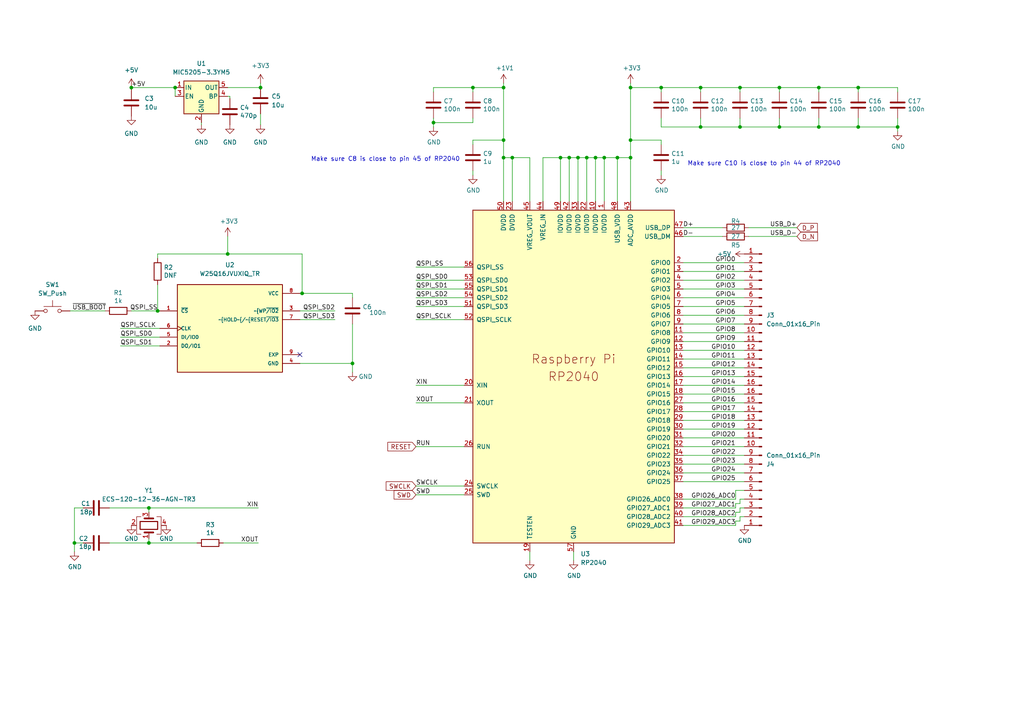
<source format=kicad_sch>
(kicad_sch (version 20230121) (generator eeschema)
  (paper "A4")
  (lib_symbols
    (symbol "Connector:Conn_01x16_Pin" (pin_names (offset 1.016) hide)
      (property "Reference" "J" (at 0 20.32 0))
      (property "Value" "Conn_01x16_Pin" (at 0 -22.86 0))
      (symbol "Conn_01x16_Pin_1_1"
        (polyline (pts (xy 1.27 -20.32) (xy 0.8636 -20.32)) (stroke (width 0.1524)))
        (polyline (pts (xy 1.27 -17.78) (xy 0.8636 -17.78)) (stroke (width 0.1524)))
        (polyline (pts (xy 1.27 -15.24) (xy 0.8636 -15.24)) (stroke (width 0.1524)))
        (polyline (pts (xy 1.27 -12.7) (xy 0.8636 -12.7)) (stroke (width 0.1524)))
        (polyline (pts (xy 1.27 -10.16) (xy 0.8636 -10.16)) (stroke (width 0.1524)))
        (polyline (pts (xy 1.27 -7.62) (xy 0.8636 -7.62)) (stroke (width 0.1524)))
        (polyline (pts (xy 1.27 -5.08) (xy 0.8636 -5.08)) (stroke (width 0.1524)))
        (polyline (pts (xy 1.27 -2.54) (xy 0.8636 -2.54)) (stroke (width 0.1524)))
        (polyline (pts (xy 1.27 0) (xy 0.8636 0)) (stroke (width 0.1524)))
        (polyline (pts (xy 1.27 2.54) (xy 0.8636 2.54)) (stroke (width 0.1524)))
        (polyline (pts (xy 1.27 5.08) (xy 0.8636 5.08)) (stroke (width 0.1524)))
        (polyline (pts (xy 1.27 7.62) (xy 0.8636 7.62)) (stroke (width 0.1524)))
        (polyline (pts (xy 1.27 10.16) (xy 0.8636 10.16)) (stroke (width 0.1524)))
        (polyline (pts (xy 1.27 12.7) (xy 0.8636 12.7)) (stroke (width 0.1524)))
        (polyline (pts (xy 1.27 15.24) (xy 0.8636 15.24)) (stroke (width 0.1524)))
        (polyline (pts (xy 1.27 17.78) (xy 0.8636 17.78)) (stroke (width 0.1524)))
        (rectangle (start 0.8636 -20.193) (end 0 -20.447) (stroke (width 0.1524)) (fill (type outline)))
        (rectangle (start 0.8636 -17.653) (end 0 -17.907) (stroke (width 0.1524)) (fill (type outline)))
        (rectangle (start 0.8636 -15.113) (end 0 -15.367) (stroke (width 0.1524)) (fill (type outline)))
        (rectangle (start 0.8636 -12.573) (end 0 -12.827) (stroke (width 0.1524)) (fill (type outline)))
        (rectangle (start 0.8636 -10.033) (end 0 -10.287) (stroke (width 0.1524)) (fill (type outline)))
        (rectangle (start 0.8636 -7.493) (end 0 -7.747) (stroke (width 0.1524)) (fill (type outline)))
        (rectangle (start 0.8636 -4.953) (end 0 -5.207) (stroke (width 0.1524)) (fill (type outline)))
        (rectangle (start 0.8636 -2.413) (end 0 -2.667) (stroke (width 0.1524)) (fill (type outline)))
        (rectangle (start 0.8636 0.127) (end 0 -0.127) (stroke (width 0.1524)) (fill (type outline)))
        (rectangle (start 0.8636 2.667) (end 0 2.413) (stroke (width 0.1524)) (fill (type outline)))
        (rectangle (start 0.8636 5.207) (end 0 4.953) (stroke (width 0.1524)) (fill (type outline)))
        (rectangle (start 0.8636 7.747) (end 0 7.493) (stroke (width 0.1524)) (fill (type outline)))
        (rectangle (start 0.8636 10.287) (end 0 10.033) (stroke (width 0.1524)) (fill (type outline)))
        (rectangle (start 0.8636 12.827) (end 0 12.573) (stroke (width 0.1524)) (fill (type outline)))
        (rectangle (start 0.8636 15.367) (end 0 15.113) (stroke (width 0.1524)) (fill (type outline)))
        (rectangle (start 0.8636 17.907) (end 0 17.653) (stroke (width 0.1524)) (fill (type outline)))
        (pin passive line (at 5.08 17.78 180) (length 3.81) (name "Pin_1") (number "1"))
        (pin passive line (at 5.08 -5.08 180) (length 3.81) (name "Pin_10") (number "10"))
        (pin passive line (at 5.08 -7.62 180) (length 3.81) (name "Pin_11") (number "11"))
        (pin passive line (at 5.08 -10.16 180) (length 3.81) (name "Pin_12") (number "12"))
        (pin passive line (at 5.08 -12.7 180) (length 3.81) (name "Pin_13") (number "13"))
        (pin passive line (at 5.08 -15.24 180) (length 3.81) (name "Pin_14") (number "14"))
        (pin passive line (at 5.08 -17.78 180) (length 3.81) (name "Pin_15") (number "15"))
        (pin passive line (at 5.08 -20.32 180) (length 3.81) (name "Pin_16") (number "16"))
        (pin passive line (at 5.08 15.24 180) (length 3.81) (name "Pin_2") (number "2"))
        (pin passive line (at 5.08 12.7 180) (length 3.81) (name "Pin_3") (number "3"))
        (pin passive line (at 5.08 10.16 180) (length 3.81) (name "Pin_4") (number "4"))
        (pin passive line (at 5.08 7.62 180) (length 3.81) (name "Pin_5") (number "5"))
        (pin passive line (at 5.08 5.08 180) (length 3.81) (name "Pin_6") (number "6"))
        (pin passive line (at 5.08 2.54 180) (length 3.81) (name "Pin_7") (number "7"))
        (pin passive line (at 5.08 0 180) (length 3.81) (name "Pin_8") (number "8"))
        (pin passive line (at 5.08 -2.54 180) (length 3.81) (name "Pin_9") (number "9"))
      )
    )
    (symbol "Connector:Conn_ARM_SWD_TagConnect_TC2030-NL" (in_bom no)
      (property "Reference" "J" (at 2.54 11.43 0))
      (property "Value" "Conn_ARM_SWD_TagConnect_TC2030-NL" (at 2.54 8.89 0))
      (symbol "Conn_ARM_SWD_TagConnect_TC2030-NL_0_0"
        (pin power_in line (at -2.54 10.16 270) (length 2.54) (name "VCC") (number "1"))
        (pin bidirectional line (at 7.62 -2.54 180) (length 2.54) (name "SWDIO") (number "2"))
        (pin open_collector line (at 7.62 5.08 180) (length 2.54) (name "~{RESET}") (number "3"))
        (pin output line (at 7.62 0 180) (length 2.54) (name "SWCLK") (number "4"))
        (pin power_in line (at -2.54 -10.16 90) (length 2.54) (name "GND") (number "5"))
        (pin input line (at 7.62 -5.08 180) (length 2.54) (name "SWO") (number "6"))
      )
      (symbol "Conn_ARM_SWD_TagConnect_TC2030-NL_0_1"
        (rectangle (start -5.08 7.62) (end 5.08 -7.62) (fill (type background)))
      )
    )
    (symbol "Connector:USB_C_Receptacle_USB2.0_14P" (pin_names (offset 1.016))
      (property "Reference" "J" (at 0 22.225 0))
      (property "Value" "USB_C_Receptacle_USB2.0_14P" (at 0 19.685 0))
      (symbol "USB_C_Receptacle_USB2.0_14P_0_0"
        (rectangle (start -0.254 -17.78) (end 0.254 -16.764))
        (rectangle (start 10.16 -4.826) (end 9.144 -5.334))
        (rectangle (start 10.16 -2.286) (end 9.144 -2.794))
        (rectangle (start 10.16 0.254) (end 9.144 -0.254))
        (rectangle (start 10.16 2.794) (end 9.144 2.286))
        (rectangle (start 10.16 7.874) (end 9.144 7.366))
        (rectangle (start 10.16 10.414) (end 9.144 9.906))
        (rectangle (start 10.16 15.494) (end 9.144 14.986))
      )
      (symbol "USB_C_Receptacle_USB2.0_14P_0_1"
        (rectangle (start -10.16 17.78) (end 10.16 -17.78) (stroke (width 0.254)) (fill (type background)))
        (arc (start -8.89 -3.81) (mid -6.985 -5.7067) (end -5.08 -3.81) (stroke (width 0.508)))
        (arc (start -7.62 -3.81) (mid -6.985 -4.4423) (end -6.35 -3.81) (stroke (width 0.254)))
        (arc (start -7.62 -3.81) (mid -6.985 -4.4423) (end -6.35 -3.81) (stroke (width 0.254)) (fill (type outline)))
        (rectangle (start -7.62 -3.81) (end -6.35 3.81) (stroke (width 0.254)) (fill (type outline)))
        (arc (start -6.35 3.81) (mid -6.985 4.4423) (end -7.62 3.81) (stroke (width 0.254)))
        (arc (start -6.35 3.81) (mid -6.985 4.4423) (end -7.62 3.81) (stroke (width 0.254)) (fill (type outline)))
        (arc (start -5.08 3.81) (mid -6.985 5.7067) (end -8.89 3.81) (stroke (width 0.508)))
        (circle (center -2.54 1.143) (radius 0.635) (stroke (width 0.254)) (fill (type outline)))
        (circle (center 0 -5.842) (radius 1.27) (fill (type outline)))
        (polyline (pts (xy -8.89 -3.81) (xy -8.89 3.81)) (stroke (width 0.508)))
        (polyline (pts (xy -5.08 3.81) (xy -5.08 -3.81)) (stroke (width 0.508)))
        (polyline (pts (xy 0 -5.842) (xy 0 4.318)) (stroke (width 0.508)))
        (polyline (pts (xy 0 -3.302) (xy -2.54 -0.762) (xy -2.54 0.508)) (stroke (width 0.508)))
        (polyline (pts (xy 0 -2.032) (xy 2.54 0.508) (xy 2.54 1.778)) (stroke (width 0.508)))
        (polyline (pts (xy -1.27 4.318) (xy 0 6.858) (xy 1.27 4.318) (xy -1.27 4.318)) (stroke (width 0.254)) (fill (type outline)))
        (rectangle (start 1.905 1.778) (end 3.175 3.048) (stroke (width 0.254)) (fill (type outline)))
      )
      (symbol "USB_C_Receptacle_USB2.0_14P_1_1"
        (pin passive line (at 0 -22.86 90) (length 5.08) (name "GND") (number "A1"))
        (pin passive line (at 0 -22.86 90) (length 5.08) hide (name "GND") (number "A12"))
        (pin passive line (at 15.24 15.24 180) (length 5.08) (name "VBUS") (number "A4"))
        (pin bidirectional line (at 15.24 10.16 180) (length 5.08) (name "CC1") (number "A5"))
        (pin bidirectional line (at 15.24 -2.54 180) (length 5.08) (name "D+") (number "A6"))
        (pin bidirectional line (at 15.24 2.54 180) (length 5.08) (name "D-") (number "A7"))
        (pin passive line (at 15.24 15.24 180) (length 5.08) hide (name "VBUS") (number "A9"))
        (pin passive line (at 0 -22.86 90) (length 5.08) hide (name "GND") (number "B1"))
        (pin passive line (at 0 -22.86 90) (length 5.08) hide (name "GND") (number "B12"))
        (pin passive line (at 15.24 15.24 180) (length 5.08) hide (name "VBUS") (number "B4"))
        (pin bidirectional line (at 15.24 7.62 180) (length 5.08) (name "CC2") (number "B5"))
        (pin bidirectional line (at 15.24 -5.08 180) (length 5.08) (name "D+") (number "B6"))
        (pin bidirectional line (at 15.24 0 180) (length 5.08) (name "D-") (number "B7"))
        (pin passive line (at 15.24 15.24 180) (length 5.08) hide (name "VBUS") (number "B9"))
        (pin passive line (at -7.62 -22.86 90) (length 5.08) (name "SHIELD") (number "S1"))
      )
    )
    (symbol "Device:C" (pin_numbers hide) (pin_names (offset 0.254))
      (property "Reference" "C" (at 0.635 2.54 0))
      (property "Value" "C" (at 0.635 -2.54 0))
      (symbol "C_0_1"
        (polyline (pts (xy -2.032 -0.762) (xy 2.032 -0.762)) (stroke (width 0.508)))
        (polyline (pts (xy -2.032 0.762) (xy 2.032 0.762)) (stroke (width 0.508)))
      )
      (symbol "C_1_1"
        (pin passive line (at 0 3.81 270) (length 2.794) (name "~") (number "1"))
        (pin passive line (at 0 -3.81 90) (length 2.794) (name "~") (number "2"))
      )
    )
    (symbol "Device:Crystal_GND24" (pin_names (offset 1.016) hide)
      (property "Reference" "Y" (at 3.175 5.08 0))
      (property "Value" "Crystal_GND24" (at 3.175 3.175 0))
      (symbol "Crystal_GND24_0_1"
        (rectangle (start -1.143 2.54) (end 1.143 -2.54) (stroke (width 0.3048)))
        (polyline (pts (xy -2.54 0) (xy -2.032 0)))
        (polyline (pts (xy -2.032 -1.27) (xy -2.032 1.27)) (stroke (width 0.508)))
        (polyline (pts (xy 0 -3.81) (xy 0 -3.556)))
        (polyline (pts (xy 0 3.556) (xy 0 3.81)))
        (polyline (pts (xy 2.032 -1.27) (xy 2.032 1.27)) (stroke (width 0.508)))
        (polyline (pts (xy 2.032 0) (xy 2.54 0)))
        (polyline (pts (xy -2.54 -2.286) (xy -2.54 -3.556) (xy 2.54 -3.556) (xy 2.54 -2.286)))
        (polyline (pts (xy -2.54 2.286) (xy -2.54 3.556) (xy 2.54 3.556) (xy 2.54 2.286)))
      )
      (symbol "Crystal_GND24_1_1"
        (pin passive line (at -3.81 0 0) (length 1.27) (name "1") (number "1"))
        (pin passive line (at 0 5.08 270) (length 1.27) (name "2") (number "2"))
        (pin passive line (at 3.81 0 180) (length 1.27) (name "3") (number "3"))
        (pin passive line (at 0 -5.08 90) (length 1.27) (name "4") (number "4"))
      )
    )
    (symbol "Device:Polyfuse_Small" (pin_numbers hide) (pin_names (offset 0))
      (property "Reference" "F" (at -1.905 0 90))
      (property "Value" "Polyfuse_Small" (at 1.905 0 90))
      (symbol "Polyfuse_Small_0_1"
        (rectangle (start -0.508 1.27) (end 0.508 -1.27))
        (polyline (pts (xy 0 2.54) (xy 0 -2.54)))
        (polyline (pts (xy -1.016 1.27) (xy -1.016 0.762) (xy 1.016 -0.762) (xy 1.016 -1.27)))
      )
      (symbol "Polyfuse_Small_1_1"
        (pin passive line (at 0 2.54 270) (length 0.635) (name "~") (number "1"))
        (pin passive line (at 0 -2.54 90) (length 0.635) (name "~") (number "2"))
      )
    )
    (symbol "Device:R" (pin_numbers hide) (pin_names (offset 0))
      (property "Reference" "R" (at 2.032 0 90))
      (property "Value" "R" (at 0 0 90))
      (symbol "R_0_1"
        (rectangle (start -1.016 -2.54) (end 1.016 2.54) (stroke (width 0.254)))
      )
      (symbol "R_1_1"
        (pin passive line (at 0 3.81 270) (length 1.27) (name "~") (number "1"))
        (pin passive line (at 0 -3.81 90) (length 1.27) (name "~") (number "2"))
      )
    )
    (symbol "MCU_RaspberryPi_RP2040:RP2040" (pin_names (offset 1.016))
      (property "Reference" "U" (at -29.21 49.53 0))
      (property "Value" "RP2040" (at 24.13 -49.53 0))
      (symbol "RP2040_0_0"
        (text "Raspberry Pi" (at 0 5.08 0) (effects (font (size 2.54 2.54))))
        (text "RP2040" (at 0 0 0) (effects (font (size 2.54 2.54))))
      )
      (symbol "RP2040_0_1"
        (rectangle (start 29.21 48.26) (end -29.21 -48.26) (stroke (width 0.254)) (fill (type background)))
      )
      (symbol "RP2040_1_1"
        (pin power_in line (at 8.89 50.8 270) (length 2.54) (name "IOVDD") (number "1"))
        (pin power_in line (at 6.35 50.8 270) (length 2.54) (name "IOVDD") (number "10"))
        (pin bidirectional line (at 31.75 12.7 180) (length 2.54) (name "GPIO8") (number "11"))
        (pin bidirectional line (at 31.75 10.16 180) (length 2.54) (name "GPIO9") (number "12"))
        (pin bidirectional line (at 31.75 7.62 180) (length 2.54) (name "GPIO10") (number "13"))
        (pin bidirectional line (at 31.75 5.08 180) (length 2.54) (name "GPIO11") (number "14"))
        (pin bidirectional line (at 31.75 2.54 180) (length 2.54) (name "GPIO12") (number "15"))
        (pin bidirectional line (at 31.75 0 180) (length 2.54) (name "GPIO13") (number "16"))
        (pin bidirectional line (at 31.75 -2.54 180) (length 2.54) (name "GPIO14") (number "17"))
        (pin bidirectional line (at 31.75 -5.08 180) (length 2.54) (name "GPIO15") (number "18"))
        (pin passive line (at -12.7 -50.8 90) (length 2.54) (name "TESTEN") (number "19"))
        (pin bidirectional line (at 31.75 33.02 180) (length 2.54) (name "GPIO0") (number "2"))
        (pin input line (at -31.75 -2.54 0) (length 2.54) (name "XIN") (number "20"))
        (pin passive line (at -31.75 -7.62 0) (length 2.54) (name "XOUT") (number "21"))
        (pin power_in line (at 3.81 50.8 270) (length 2.54) (name "IOVDD") (number "22"))
        (pin power_in line (at -17.78 50.8 270) (length 2.54) (name "DVDD") (number "23"))
        (pin output line (at -31.75 -31.75 0) (length 2.54) (name "SWCLK") (number "24"))
        (pin bidirectional line (at -31.75 -34.29 0) (length 2.54) (name "SWD") (number "25"))
        (pin input line (at -31.75 -20.32 0) (length 2.54) (name "RUN") (number "26"))
        (pin bidirectional line (at 31.75 -7.62 180) (length 2.54) (name "GPIO16") (number "27"))
        (pin bidirectional line (at 31.75 -10.16 180) (length 2.54) (name "GPIO17") (number "28"))
        (pin bidirectional line (at 31.75 -12.7 180) (length 2.54) (name "GPIO18") (number "29"))
        (pin bidirectional line (at 31.75 30.48 180) (length 2.54) (name "GPIO1") (number "3"))
        (pin bidirectional line (at 31.75 -15.24 180) (length 2.54) (name "GPIO19") (number "30"))
        (pin bidirectional line (at 31.75 -17.78 180) (length 2.54) (name "GPIO20") (number "31"))
        (pin bidirectional line (at 31.75 -20.32 180) (length 2.54) (name "GPIO21") (number "32"))
        (pin power_in line (at 1.27 50.8 270) (length 2.54) (name "IOVDD") (number "33"))
        (pin bidirectional line (at 31.75 -22.86 180) (length 2.54) (name "GPIO22") (number "34"))
        (pin bidirectional line (at 31.75 -25.4 180) (length 2.54) (name "GPIO23") (number "35"))
        (pin bidirectional line (at 31.75 -27.94 180) (length 2.54) (name "GPIO24") (number "36"))
        (pin bidirectional line (at 31.75 -30.48 180) (length 2.54) (name "GPIO25") (number "37"))
        (pin bidirectional line (at 31.75 -35.56 180) (length 2.54) (name "GPIO26_ADC0") (number "38"))
        (pin bidirectional line (at 31.75 -38.1 180) (length 2.54) (name "GPIO27_ADC1") (number "39"))
        (pin bidirectional line (at 31.75 27.94 180) (length 2.54) (name "GPIO2") (number "4"))
        (pin bidirectional line (at 31.75 -40.64 180) (length 2.54) (name "GPIO28_ADC2") (number "40"))
        (pin bidirectional line (at 31.75 -43.18 180) (length 2.54) (name "GPIO29_ADC3") (number "41"))
        (pin power_in line (at -1.27 50.8 270) (length 2.54) (name "IOVDD") (number "42"))
        (pin power_in line (at 16.51 50.8 270) (length 2.54) (name "ADC_AVDD") (number "43"))
        (pin power_in line (at -8.89 50.8 270) (length 2.54) (name "VREG_IN") (number "44"))
        (pin power_out line (at -12.7 50.8 270) (length 2.54) (name "VREG_VOUT") (number "45"))
        (pin bidirectional line (at 31.75 40.64 180) (length 2.54) (name "USB_DM") (number "46"))
        (pin bidirectional line (at 31.75 43.18 180) (length 2.54) (name "USB_DP") (number "47"))
        (pin power_in line (at 12.7 50.8 270) (length 2.54) (name "USB_VDD") (number "48"))
        (pin power_in line (at -3.81 50.8 270) (length 2.54) (name "IOVDD") (number "49"))
        (pin bidirectional line (at 31.75 25.4 180) (length 2.54) (name "GPIO3") (number "5"))
        (pin power_in line (at -20.32 50.8 270) (length 2.54) (name "DVDD") (number "50"))
        (pin bidirectional line (at -31.75 20.32 0) (length 2.54) (name "QSPI_SD3") (number "51"))
        (pin output line (at -31.75 16.51 0) (length 2.54) (name "QSPI_SCLK") (number "52"))
        (pin bidirectional line (at -31.75 27.94 0) (length 2.54) (name "QSPI_SD0") (number "53"))
        (pin bidirectional line (at -31.75 22.86 0) (length 2.54) (name "QSPI_SD2") (number "54"))
        (pin bidirectional line (at -31.75 25.4 0) (length 2.54) (name "QSPI_SD1") (number "55"))
        (pin bidirectional line (at -31.75 31.75 0) (length 2.54) (name "QSPI_SS") (number "56"))
        (pin power_in line (at 0 -50.8 90) (length 2.54) (name "GND") (number "57"))
        (pin bidirectional line (at 31.75 22.86 180) (length 2.54) (name "GPIO4") (number "6"))
        (pin bidirectional line (at 31.75 20.32 180) (length 2.54) (name "GPIO5") (number "7"))
        (pin bidirectional line (at 31.75 17.78 180) (length 2.54) (name "GPIO6") (number "8"))
        (pin bidirectional line (at 31.75 15.24 180) (length 2.54) (name "GPIO7") (number "9"))
      )
    )
    (symbol "Power_Protection:USBLC6-2SC6" (pin_names hide)
      (property "Reference" "U" (at 2.54 8.89 0))
      (property "Value" "USBLC6-2SC6" (at 2.54 -8.89 0))
      (symbol "USBLC6-2SC6_0_1"
        (rectangle (start -7.62 -7.62) (end 7.62 7.62) (stroke (width 0.254)) (fill (type background)))
        (circle (center -5.08 0) (radius 0.254) (fill (type outline)))
        (circle (center -2.54 0) (radius 0.254) (fill (type outline)))
        (rectangle (start -2.54 6.35) (end 2.54 -6.35))
        (circle (center 0 -6.35) (radius 0.254) (fill (type outline)))
        (polyline (pts (xy -5.08 -2.54) (xy -7.62 -2.54)))
        (polyline (pts (xy -5.08 0) (xy -5.08 -2.54)))
        (polyline (pts (xy -5.08 2.54) (xy -7.62 2.54)))
        (polyline (pts (xy -1.524 -2.794) (xy -3.556 -2.794)))
        (polyline (pts (xy -1.524 4.826) (xy -3.556 4.826)))
        (polyline (pts (xy 0 -7.62) (xy 0 -6.35)))
        (polyline (pts (xy 0 -6.35) (xy 0 1.27)))
        (polyline (pts (xy 0 1.27) (xy 0 6.35)))
        (polyline (pts (xy 0 6.35) (xy 0 7.62)))
        (polyline (pts (xy 1.524 -2.794) (xy 3.556 -2.794)))
        (polyline (pts (xy 1.524 4.826) (xy 3.556 4.826)))
        (polyline (pts (xy 5.08 -2.54) (xy 7.62 -2.54)))
        (polyline (pts (xy 5.08 0) (xy 5.08 -2.54)))
        (polyline (pts (xy 5.08 2.54) (xy 7.62 2.54)))
        (polyline (pts (xy -2.54 0) (xy -5.08 0) (xy -5.08 2.54)))
        (polyline (pts (xy 2.54 0) (xy 5.08 0) (xy 5.08 2.54)))
        (polyline (pts (xy -3.556 -4.826) (xy -1.524 -4.826) (xy -2.54 -2.794) (xy -3.556 -4.826)))
        (polyline (pts (xy -3.556 2.794) (xy -1.524 2.794) (xy -2.54 4.826) (xy -3.556 2.794)))
        (polyline (pts (xy -1.016 -1.016) (xy 1.016 -1.016) (xy 0 1.016) (xy -1.016 -1.016)))
        (polyline (pts (xy 1.016 1.016) (xy 0.762 1.016) (xy -1.016 1.016) (xy -1.016 0.508)))
        (polyline (pts (xy 3.556 -4.826) (xy 1.524 -4.826) (xy 2.54 -2.794) (xy 3.556 -4.826)))
        (polyline (pts (xy 3.556 2.794) (xy 1.524 2.794) (xy 2.54 4.826) (xy 3.556 2.794)))
        (circle (center 0 6.35) (radius 0.254) (fill (type outline)))
        (circle (center 2.54 0) (radius 0.254) (fill (type outline)))
        (circle (center 5.08 0) (radius 0.254) (fill (type outline)))
      )
      (symbol "USBLC6-2SC6_1_1"
        (pin passive line (at -10.16 -2.54 0) (length 2.54) (name "I/O1") (number "1"))
        (pin passive line (at 0 -10.16 90) (length 2.54) (name "GND") (number "2"))
        (pin passive line (at 10.16 -2.54 180) (length 2.54) (name "I/O2") (number "3"))
        (pin passive line (at 10.16 2.54 180) (length 2.54) (name "I/O2") (number "4"))
        (pin passive line (at 0 10.16 270) (length 2.54) (name "VBUS") (number "5"))
        (pin passive line (at -10.16 2.54 0) (length 2.54) (name "I/O1") (number "6"))
      )
    )
    (symbol "Regulator_Linear:MIC5205-3.3YM5" (pin_names (offset 0.254))
      (property "Reference" "U" (at -3.81 5.715 0))
      (property "Value" "MIC5205-3.3YM5" (at 0 5.715 0))
      (symbol "MIC5205-3.3YM5_0_1"
        (rectangle (start -5.08 4.445) (end 5.08 -5.08) (stroke (width 0.254)) (fill (type background)))
      )
      (symbol "MIC5205-3.3YM5_1_1"
        (pin power_in line (at -7.62 2.54 0) (length 2.54) (name "IN") (number "1"))
        (pin power_in line (at 0 -7.62 90) (length 2.54) (name "GND") (number "2"))
        (pin input line (at -7.62 0 0) (length 2.54) (name "EN") (number "3"))
        (pin input line (at 7.62 0 180) (length 2.54) (name "BP") (number "4"))
        (pin power_out line (at 7.62 2.54 180) (length 2.54) (name "OUT") (number "5"))
      )
    )
    (symbol "Switch:SW_Push" (pin_numbers hide) (pin_names (offset 1.016) hide)
      (property "Reference" "SW" (at 1.27 2.54 0))
      (property "Value" "SW_Push" (at 0 -1.524 0))
      (symbol "SW_Push_0_1"
        (circle (center -2.032 0) (radius 0.508))
        (polyline (pts (xy 0 1.27) (xy 0 3.048)))
        (polyline (pts (xy 2.54 1.27) (xy -2.54 1.27)))
        (circle (center 2.032 0) (radius 0.508))
        (pin passive line (at -5.08 0 0) (length 2.54) (name "1") (number "1"))
        (pin passive line (at 5.08 0 180) (length 2.54) (name "2") (number "2"))
      )
    )
    (symbol "W25Q16JVUXIQ_TR:W25Q16JVUXIQ_TR" (pin_names (offset 1.016))
      (property "Reference" "U" (at -15.24 15.24 0))
      (property "Value" "W25Q16JVUXIQ_TR" (at -15.24 -15.24 0))
      (symbol "W25Q16JVUXIQ_TR_0_0"
        (rectangle (start -15.24 -12.7) (end 15.24 12.7) (stroke (width 0.254)) (fill (type background)))
        (pin input line (at -20.32 5.08 0) (length 5.08) (name "~{CS}") (number "1"))
        (pin bidirectional line (at -20.32 -5.08 0) (length 5.08) (name "DO/IO1") (number "2"))
        (pin bidirectional line (at 20.32 5.08 180) (length 5.08) (name "~{WP~{/IO2}") (number "3"))
        (pin power_in line (at 20.32 -10.16 180) (length 5.08) (name "GND") (number "4"))
        (pin bidirectional line (at -20.32 -2.54 0) (length 5.08) (name "DI/IO0") (number "5"))
        (pin input clock (at -20.32 0 0) (length 5.08) (name "CLK") (number "6"))
        (pin bidirectional line (at 20.32 2.54 180) (length 5.08) (name "~{HOLD~{/~{RESET~{/IO3}") (number "7"))
        (pin power_in line (at 20.32 10.16 180) (length 5.08) (name "VCC") (number "8"))
        (pin passive line (at 20.32 -7.62 180) (length 5.08) (name "EXP") (number "9"))
      )
    )
    (symbol "power:+1V1" (power) (pin_names (offset 0))
      (property "Value" "+1V1" (at 0 3.556 0))
      (symbol "+1V1_0_1"
        (polyline (pts (xy -0.762 1.27) (xy 0 2.54)))
        (polyline (pts (xy 0 0) (xy 0 2.54)))
        (polyline (pts (xy 0 2.54) (xy 0.762 1.27)))
      )
      (symbol "+1V1_1_1"
        (pin power_in line (at 0 0 90) (length 0) hide (name "+1V1") (number "1"))
      )
    )
    (symbol "power:+3V3" (power) (pin_names (offset 0))
      (property "Value" "+3V3" (at 0 3.556 0))
      (symbol "+3V3_0_1"
        (polyline (pts (xy -0.762 1.27) (xy 0 2.54)))
        (polyline (pts (xy 0 0) (xy 0 2.54)))
        (polyline (pts (xy 0 2.54) (xy 0.762 1.27)))
      )
      (symbol "+3V3_1_1"
        (pin power_in line (at 0 0 90) (length 0) hide (name "+3V3") (number "1"))
      )
    )
    (symbol "power:+5V" (power) (pin_names (offset 0))
      (property "Value" "+5V" (at 0 3.556 0))
      (symbol "+5V_0_1"
        (polyline (pts (xy -0.762 1.27) (xy 0 2.54)))
        (polyline (pts (xy 0 0) (xy 0 2.54)))
        (polyline (pts (xy 0 2.54) (xy 0.762 1.27)))
      )
      (symbol "+5V_1_1"
        (pin power_in line (at 0 0 90) (length 0) hide (name "+5V") (number "1"))
      )
    )
    (symbol "power:GND" (power) (pin_names (offset 0))
      (property "Value" "GND" (at 0 -3.81 0))
      (symbol "GND_0_1"
        (polyline (pts (xy 0 0) (xy 0 -1.27) (xy 1.27 -1.27) (xy 0 -2.54) (xy -1.27 -1.27) (xy 0 -1.27)))
      )
      (symbol "GND_1_1"
        (pin power_in line (at 0 0 270) (length 0) hide (name "GND") (number "1"))
      )
    )
    (symbol "power:VBUS" (power) (pin_names (offset 0))
      (property "Value" "VBUS" (at 0 3.81 0))
      (symbol "VBUS_0_1"
        (polyline (pts (xy -0.762 1.27) (xy 0 2.54)))
        (polyline (pts (xy 0 0) (xy 0 2.54)))
        (polyline (pts (xy 0 2.54) (xy 0.762 1.27)))
      )
      (symbol "VBUS_1_1"
        (pin power_in line (at 0 0 90) (length 0) hide (name "VBUS") (number "1"))
      )
    )
  )
  (junction (at 214.63 25.4))
  (junction (at -81.28 82.55))
  (junction (at 50.8 25.4))
  (junction (at 248.92 25.4))
  (junction (at 146.05 40.64))
  (junction (at 75.565 25.4))
  (junction (at 182.88 45.72))
  (junction (at 226.06 25.4))
  (junction (at -77.47 88.9))
  (junction (at 214.63 36.83))
  (junction (at 87.63 85.09))
  (junction (at 237.49 36.83))
  (junction (at 226.06 36.83))
  (junction (at 38.1 25.4))
  (junction (at -85.09 96.52))
  (junction (at 162.56 45.72))
  (junction (at -85.09 101.6))
  (junction (at 66.04 73.66))
  (junction (at 170.18 45.72))
  (junction (at 203.2 36.83))
  (junction (at 237.49 25.4))
  (junction (at 43.18 147.32))
  (junction (at 137.16 25.4))
  (junction (at 148.59 45.72))
  (junction (at 182.88 40.64))
  (junction (at 203.2 25.4))
  (junction (at 172.72 45.72))
  (junction (at 146.05 25.4))
  (junction (at 102.235 105.41))
  (junction (at 179.07 45.72))
  (junction (at 191.77 25.4))
  (junction (at 146.05 45.72))
  (junction (at 248.92 36.83))
  (junction (at 21.59 157.48))
  (junction (at 165.1 45.72))
  (junction (at 45.72 90.17))
  (junction (at 175.26 45.72))
  (junction (at 167.64 45.72))
  (junction (at 43.18 157.48))
  (junction (at 125.73 35.56))
  (junction (at 182.88 25.4))
  (junction (at 260.35 36.83))
  (no_connect (at 86.995 102.87))
  (no_connect (at -107.95 120.65))
  (no_connect (at -88.9 172.72))
  (wire (pts (xy 213.36 142.24) (xy 213.36 144.78)))
  (wire (pts (xy 172.72 45.72) (xy 175.26 45.72)))
  (wire (pts (xy 198.12 106.68) (xy 215.9 106.68)))
  (wire (pts (xy 165.1 58.42) (xy 165.1 45.72)))
  (wire (pts (xy 198.12 119.38) (xy 215.9 119.38)))
  (wire (pts (xy 125.73 26.67) (xy 125.73 25.4)))
  (wire (pts (xy -175.26 96.52) (xy -163.83 96.52)))
  (wire (pts (xy 237.49 26.67) (xy 237.49 25.4)))
  (wire (pts (xy 226.06 25.4) (xy 237.49 25.4)))
  (wire (pts (xy 198.12 88.9) (xy 215.9 88.9)))
  (wire (pts (xy 153.67 45.72) (xy 148.59 45.72)))
  (wire (pts (xy 203.2 26.67) (xy 203.2 25.4)))
  (wire (pts (xy 102.235 105.41) (xy 102.235 107.95)))
  (wire (pts (xy 198.12 86.36) (xy 215.9 86.36)))
  (wire (pts (xy 134.62 116.84) (xy 120.65 116.84)))
  (wire (pts (xy 125.73 35.56) (xy 137.16 35.56)))
  (wire (pts (xy 75.565 36.195) (xy 75.565 33.02)))
  (wire (pts (xy -85.09 96.52) (xy -82.55 96.52)))
  (wire (pts (xy 198.12 99.06) (xy 215.9 99.06)))
  (wire (pts (xy 214.63 149.86) (xy 214.63 151.13)))
  (wire (pts (xy -81.28 82.55) (xy -74.93 82.55)))
  (wire (pts (xy 125.73 25.4) (xy 137.16 25.4)))
  (wire (pts (xy 58.42 36.195) (xy 58.42 35.56)))
  (wire (pts (xy 137.16 25.4) (xy 146.05 25.4)))
  (wire (pts (xy 86.995 105.41) (xy 102.235 105.41)))
  (wire (pts (xy 198.12 134.62) (xy 215.9 134.62)))
  (wire (pts (xy 167.64 45.72) (xy 170.18 45.72)))
  (wire (pts (xy 38.1 90.17) (xy 45.72 90.17)))
  (wire (pts (xy -85.09 100.33) (xy -85.09 101.6)))
  (wire (pts (xy 260.35 26.67) (xy 260.35 25.4)))
  (wire (pts (xy 182.88 45.72) (xy 182.88 58.42)))
  (wire (pts (xy 45.72 73.66) (xy 66.04 73.66)))
  (wire (pts (xy 260.35 36.83) (xy 260.35 38.1)))
  (wire (pts (xy 198.12 78.74) (xy 215.9 78.74)))
  (wire (pts (xy 134.62 92.71) (xy 120.65 92.71)))
  (wire (pts (xy 198.12 104.14) (xy 215.9 104.14)))
  (wire (pts (xy 191.77 26.67) (xy 191.77 25.4)))
  (wire (pts (xy 20.32 90.17) (xy 30.48 90.17)))
  (wire (pts (xy 45.72 74.93) (xy 45.72 73.66)))
  (wire (pts (xy -85.09 101.6) (xy -85.09 102.87)))
  (wire (pts (xy 214.63 148.59) (xy 213.36 148.59)))
  (wire (pts (xy 175.26 45.72) (xy 179.07 45.72)))
  (wire (pts (xy 157.48 58.42) (xy 157.48 45.72)))
  (wire (pts (xy 213.36 151.13) (xy 213.36 152.4)))
  (wire (pts (xy 248.92 36.83) (xy 260.35 36.83)))
  (wire (pts (xy 134.62 77.47) (xy 120.65 77.47)))
  (wire (pts (xy 191.77 49.53) (xy 191.77 50.8)))
  (wire (pts (xy 198.12 109.22) (xy 215.9 109.22)))
  (wire (pts (xy 45.72 90.17) (xy 46.355 90.17)))
  (wire (pts (xy 198.12 68.58) (xy 209.55 68.58)))
  (wire (pts (xy 248.92 34.29) (xy 248.92 36.83)))
  (wire (pts (xy 86.995 92.71) (xy 97.155 92.71)))
  (wire (pts (xy 198.12 149.86) (xy 213.36 149.86)))
  (wire (pts (xy 191.77 25.4) (xy 203.2 25.4)))
  (wire (pts (xy 66.04 25.4) (xy 75.565 25.4)))
  (wire (pts (xy 182.88 24.13) (xy 182.88 25.4)))
  (wire (pts (xy 214.63 147.32) (xy 214.63 148.59)))
  (wire (pts (xy 215.9 144.78) (xy 214.63 144.78)))
  (wire (pts (xy 182.88 25.4) (xy 182.88 40.64)))
  (wire (pts (xy 237.49 34.29) (xy 237.49 36.83)))
  (wire (pts (xy 24.13 157.48) (xy 21.59 157.48)))
  (wire (pts (xy 102.235 86.36) (xy 102.235 85.09)))
  (wire (pts (xy 87.63 85.09) (xy 102.235 85.09)))
  (wire (pts (xy 214.63 26.67) (xy 214.63 25.4)))
  (wire (pts (xy 157.48 45.72) (xy 162.56 45.72)))
  (wire (pts (xy 198.12 147.32) (xy 213.36 147.32)))
  (wire (pts (xy 214.63 144.78) (xy 214.63 146.05)))
  (wire (pts (xy 38.1 25.4) (xy 38.1 26.035)))
  (wire (pts (xy 43.18 147.32) (xy 74.93 147.32)))
  (wire (pts (xy 203.2 36.83) (xy 191.77 36.83)))
  (wire (pts (xy 137.16 40.64) (xy 146.05 40.64)))
  (wire (pts (xy 153.67 160.02) (xy 153.67 162.56)))
  (wire (pts (xy 182.88 25.4) (xy 191.77 25.4)))
  (wire (pts (xy 175.26 45.72) (xy 175.26 58.42)))
  (wire (pts (xy -77.47 88.9) (xy -77.47 90.17)))
  (wire (pts (xy 198.12 66.04) (xy 209.55 66.04)))
  (wire (pts (xy 21.59 157.48) (xy 21.59 160.02)))
  (wire (pts (xy 75.565 24.13) (xy 75.565 25.4)))
  (wire (pts (xy 170.18 58.42) (xy 170.18 45.72)))
  (wire (pts (xy 214.63 151.13) (xy 213.36 151.13)))
  (wire (pts (xy 87.63 73.66) (xy 87.63 85.09)))
  (wire (pts (xy 179.07 45.72) (xy 182.88 45.72)))
  (wire (pts (xy 170.18 45.72) (xy 172.72 45.72)))
  (wire (pts (xy 34.925 95.25) (xy 46.355 95.25)))
  (wire (pts (xy 43.18 147.32) (xy 43.18 148.59)))
  (wire (pts (xy 165.1 45.72) (xy 167.64 45.72)))
  (wire (pts (xy 248.92 36.83) (xy 237.49 36.83)))
  (wire (pts (xy 182.88 40.64) (xy 191.77 40.64)))
  (wire (pts (xy 137.16 41.91) (xy 137.16 40.64)))
  (wire (pts (xy 198.12 121.92) (xy 215.9 121.92)))
  (wire (pts (xy 198.12 137.16) (xy 215.9 137.16)))
  (wire (pts (xy 166.37 160.02) (xy 166.37 162.56)))
  (wire (pts (xy 248.92 26.67) (xy 248.92 25.4)))
  (wire (pts (xy 214.63 25.4) (xy 226.06 25.4)))
  (wire (pts (xy 38.1 25.4) (xy 50.8 25.4)))
  (wire (pts (xy 64.77 157.48) (xy 74.93 157.48)))
  (wire (pts (xy 214.63 36.83) (xy 203.2 36.83)))
  (wire (pts (xy 198.12 111.76) (xy 215.9 111.76)))
  (wire (pts (xy 162.56 45.72) (xy 165.1 45.72)))
  (wire (pts (xy 198.12 124.46) (xy 215.9 124.46)))
  (wire (pts (xy 237.49 36.83) (xy 226.06 36.83)))
  (wire (pts (xy 66.04 27.94) (xy 66.675 27.94)))
  (wire (pts (xy 198.12 91.44) (xy 215.9 91.44)))
  (wire (pts (xy 134.62 143.51) (xy 120.65 143.51)))
  (wire (pts (xy 66.04 73.66) (xy 87.63 73.66)))
  (wire (pts (xy 43.18 156.21) (xy 43.18 157.48)))
  (wire (pts (xy -85.09 101.6) (xy -82.55 101.6)))
  (wire (pts (xy 146.05 40.64) (xy 146.05 45.72)))
  (wire (pts (xy 162.56 58.42) (xy 162.56 45.72)))
  (wire (pts (xy 120.65 111.76) (xy 134.62 111.76)))
  (wire (pts (xy 137.16 35.56) (xy 137.16 34.29)))
  (wire (pts (xy 120.65 86.36) (xy 134.62 86.36)))
  (wire (pts (xy 217.17 66.04) (xy 231.14 66.04)))
  (wire (pts (xy 198.12 81.28) (xy 215.9 81.28)))
  (wire (pts (xy 191.77 41.91) (xy 191.77 40.64)))
  (wire (pts (xy 102.235 93.98) (xy 102.235 105.41)))
  (wire (pts (xy 198.12 93.98) (xy 215.9 93.98)))
  (wire (pts (xy 260.35 34.29) (xy 260.35 36.83)))
  (wire (pts (xy 120.65 88.9) (xy 134.62 88.9)))
  (wire (pts (xy 215.9 142.24) (xy 213.36 142.24)))
  (wire (pts (xy 120.65 81.28) (xy 134.62 81.28)))
  (wire (pts (xy 66.675 28.575) (xy 66.675 27.94)))
  (wire (pts (xy 137.16 49.53) (xy 137.16 50.8)))
  (wire (pts (xy 217.17 68.58) (xy 231.14 68.58)))
  (wire (pts (xy 148.59 58.42) (xy 148.59 45.72)))
  (wire (pts (xy 226.06 34.29) (xy 226.06 36.83)))
  (wire (pts (xy 134.62 129.54) (xy 120.65 129.54)))
  (wire (pts (xy -69.85 82.55) (xy -64.77 82.55)))
  (wire (pts (xy 198.12 116.84) (xy 215.9 116.84)))
  (wire (pts (xy 214.63 34.29) (xy 214.63 36.83)))
  (wire (pts (xy 31.75 157.48) (xy 43.18 157.48)))
  (wire (pts (xy 153.67 58.42) (xy 153.67 45.72)))
  (wire (pts (xy 21.59 147.32) (xy 21.59 157.48)))
  (wire (pts (xy 167.64 58.42) (xy 167.64 45.72)))
  (wire (pts (xy 146.05 24.13) (xy 146.05 25.4)))
  (wire (pts (xy 46.355 100.33) (xy 34.925 100.33)))
  (wire (pts (xy 226.06 36.83) (xy 214.63 36.83)))
  (wire (pts (xy 146.05 45.72) (xy 146.05 58.42)))
  (wire (pts (xy 66.04 68.58) (xy 66.04 73.66)))
  (wire (pts (xy 120.65 83.82) (xy 134.62 83.82)))
  (wire (pts (xy -77.47 88.9) (xy -76.2 88.9)))
  (wire (pts (xy 125.73 35.56) (xy 125.73 36.83)))
  (wire (pts (xy -85.09 96.52) (xy -85.09 97.79)))
  (wire (pts (xy 191.77 34.29) (xy 191.77 36.83)))
  (wire (pts (xy -85.09 82.55) (xy -81.28 82.55)))
  (wire (pts (xy 213.36 148.59) (xy 213.36 149.86)))
  (wire (pts (xy 146.05 25.4) (xy 146.05 40.64)))
  (wire (pts (xy 148.59 45.72) (xy 146.05 45.72)))
  (wire (pts (xy 86.995 85.09) (xy 87.63 85.09)))
  (wire (pts (xy 198.12 139.7) (xy 215.9 139.7)))
  (wire (pts (xy -85.09 95.25) (xy -85.09 96.52)))
  (wire (pts (xy 137.16 26.67) (xy 137.16 25.4)))
  (wire (pts (xy -77.47 87.63) (xy -77.47 88.9)))
  (wire (pts (xy 198.12 96.52) (xy 215.9 96.52)))
  (wire (pts (xy 198.12 127) (xy 215.9 127)))
  (wire (pts (xy 198.12 132.08) (xy 215.9 132.08)))
  (wire (pts (xy 134.62 140.97) (xy 120.65 140.97)))
  (wire (pts (xy 213.36 146.05) (xy 213.36 147.32)))
  (wire (pts (xy 125.73 34.29) (xy 125.73 35.56)))
  (wire (pts (xy 46.355 97.79) (xy 34.925 97.79)))
  (wire (pts (xy 215.9 147.32) (xy 214.63 147.32)))
  (wire (pts (xy 198.12 144.78) (xy 213.36 144.78)))
  (wire (pts (xy 179.07 58.42) (xy 179.07 45.72)))
  (wire (pts (xy 214.63 146.05) (xy 213.36 146.05)))
  (wire (pts (xy 198.12 129.54) (xy 215.9 129.54)))
  (wire (pts (xy 182.88 40.64) (xy 182.88 45.72)))
  (wire (pts (xy 172.72 58.42) (xy 172.72 45.72)))
  (wire (pts (xy 198.12 76.2) (xy 215.9 76.2)))
  (wire (pts (xy 50.8 25.4) (xy 50.8 27.94)))
  (wire (pts (xy 226.06 26.67) (xy 226.06 25.4)))
  (wire (pts (xy 203.2 34.29) (xy 203.2 36.83)))
  (wire (pts (xy -182.88 116.84) (xy -175.26 116.84)))
  (wire (pts (xy 45.72 82.55) (xy 45.72 90.17)))
  (wire (pts (xy 198.12 152.4) (xy 213.36 152.4)))
  (wire (pts (xy 198.12 114.3) (xy 215.9 114.3)))
  (wire (pts (xy 43.18 157.48) (xy 57.15 157.48)))
  (wire (pts (xy 203.2 25.4) (xy 214.63 25.4)))
  (wire (pts (xy 237.49 25.4) (xy 248.92 25.4)))
  (wire (pts (xy 86.995 90.17) (xy 97.155 90.17)))
  (wire (pts (xy 198.12 83.82) (xy 215.9 83.82)))
  (wire (pts (xy 198.12 101.6) (xy 215.9 101.6)))
  (wire (pts (xy 31.75 147.32) (xy 43.18 147.32)))
  (wire (pts (xy 24.13 147.32) (xy 21.59 147.32)))
  (wire (pts (xy 248.92 25.4) (xy 260.35 25.4)))
  (wire (pts (xy 215.9 149.86) (xy 214.63 149.86)))
  (text "Make sure C10 is close to pin 44 of RP2040" (at 199.39 48.26 0) (effects (font (size 1.27 1.27)) (justify left bottom)))
  (text "Connecting pins 6 and 4 due to paw,\nand since we had an extra anyways" (at -77.47 179.07 0) (effects (font (size 1.27 1.27)) (justify left bottom)))
  (text "Make sure C8 is close to pin 45 of RP2040" (at 90.17 46.99 0) (effects (font (size 1.27 1.27)) (justify left bottom)))
  (label "QSPI_SD1" (at 34.925 100.33 0))
  (label "XIN" (at 74.93 147.32 180))
  (label "XOUT" (at 74.93 157.48 180))
  (label "GPIO12" (at 213.36 106.68 180))
  (label "GPIO20" (at 213.36 127 180))
  (label "GPIO22" (at 213.36 132.08 180))
  (label "SWD" (at 120.65 143.51 0))
  (label "GPIO1" (at 213.36 78.74 180))
  (label "SWCLK" (at 120.65 140.97 0))
  (label "QSPI_SD3" (at 97.155 92.71 180))
  (label "GPIO28_ADC2" (at 213.36 149.86 180))
  (label "+5V" (at 38.1 25.4 0))
  (label "GPIO15" (at 213.36 114.3 180))
  (label "USB_D-" (at 231.14 68.58 180))
  (label "QSPI_SS" (at 45.72 90.17 180))
  (label "QSPI_SD2" (at 120.65 86.36 0))
  (label "QSPI_SCLK" (at 120.65 92.71 0))
  (label "GPIO14" (at 213.36 111.76 180))
  (label "GPIO21" (at 213.36 129.54 180))
  (label "GPIO27_ADC1" (at 213.36 147.32 180))
  (label "GPIO26_ADC0" (at 213.36 144.78 180))
  (label "GPIO11" (at 213.36 104.14 180))
  (label "QSPI_SD2" (at 97.155 90.17 180))
  (label "XIN" (at 120.65 111.76 0))
  (label "GPIO8" (at 213.36 96.52 180))
  (label "GPIO10" (at 213.36 101.6 180))
  (label "USB_D+" (at 231.14 66.04 180))
  (label "GPIO9" (at 213.36 99.06 180))
  (label "XOUT" (at 120.65 116.84 0))
  (label "QSPI_SS" (at 120.65 77.47 0))
  (label "QSPI_SD1" (at 120.65 83.82 0))
  (label "QSPI_SD0" (at 34.925 97.79 0))
  (label "GPIO3" (at 213.36 83.82 180))
  (label "GPIO0" (at 213.36 76.2 180))
  (label "GPIO7" (at 213.36 93.98 180))
  (label "GPIO18" (at 213.36 121.92 180))
  (label "GPIO4" (at 213.36 86.36 180))
  (label "QSPI_SD3" (at 120.65 88.9 0))
  (label "GPIO2" (at 213.36 81.28 180))
  (label "GPIO29_ADC3" (at 213.36 152.4 180))
  (label "RUN" (at 120.65 129.54 0))
  (label "GPIO23" (at 213.36 134.62 180))
  (label "GPIO24" (at 213.36 137.16 180))
  (label "D+" (at 198.12 66.04 0))
  (label "GPIO16" (at 213.36 116.84 180))
  (label "QSPI_SCLK" (at 34.925 95.25 0))
  (label "GPIO13" (at 213.36 109.22 180))
  (label "QSPI_SD0" (at 120.65 81.28 0))
  (label "GPIO6" (at 213.36 91.44 180))
  (label "GPIO5" (at 213.36 88.9 180))
  (label "GPIO25" (at 213.36 139.7 180))
  (label "D-" (at 198.12 68.58 0))
  (label "GPIO17" (at 213.36 119.38 180))
  (label "~{USB_BOOT}" (at 20.955 90.17 0))
  (label "GPIO19" (at 213.36 124.46 180))
  (global_label "D_USB_P" (shape input) (at -185.42 104.14 180) (property "Intersheetrefs" "${INTERSHEET_REFS}" (effects hide)))
  (global_label "D_P" (shape input) (at -185.42 109.22 180) (property "Intersheetrefs" "${INTERSHEET_REFS}" (effects hide)))
  (global_label "D_USB_N" (shape input) (at -82.55 96.52 0) (property "Intersheetrefs" "${INTERSHEET_REFS}" (effects hide)))
  (global_label "RESET" (shape input) (at -88.9 167.64 0) (property "Intersheetrefs" "${INTERSHEET_REFS}" (effects hide)))
  (global_label "D_P" (shape input) (at 231.14 66.04 0) (property "Intersheetrefs" "${INTERSHEET_REFS}" (effects hide)))
  (global_label "D_N" (shape input) (at -165.1 109.22 0) (property "Intersheetrefs" "${INTERSHEET_REFS}" (effects hide)))
  (global_label "D_USB_P" (shape input) (at -82.55 101.6 0) (property "Intersheetrefs" "${INTERSHEET_REFS}" (effects hide)))
  (global_label "D_USB_N" (shape input) (at -165.1 104.14 0) (property "Intersheetrefs" "${INTERSHEET_REFS}" (effects hide)))
  (global_label "RESET" (shape input) (at 120.65 129.54 180) (property "Intersheetrefs" "${INTERSHEET_REFS}" (effects hide)))
  (global_label "SWCLK" (shape input) (at 120.65 140.97 180) (property "Intersheetrefs" "${INTERSHEET_REFS}" (effects hide)))
  (global_label "SWD" (shape input) (at 120.65 143.51 180) (property "Intersheetrefs" "${INTERSHEET_REFS}" (effects hide)))
  (global_label "D_N" (shape input) (at 231.14 68.58 0) (property "Intersheetrefs" "${INTERSHEET_REFS}" (effects hide)))
  (global_label "SWD" (shape input) (at -88.9 175.26 0) (property "Intersheetrefs" "${INTERSHEET_REFS}" (effects hide)))
  (global_label "SWCLK" (shape input) (at -88.9 177.8 0) (property "Intersheetrefs" "${INTERSHEET_REFS}" (effects hide)))
  (symbol (lib_id "power:GND") (at 102.235 107.95 0) (unit 1)
    (property "Reference" "#PWR012" (effects hide))
    (property "Value" "GND" (at 106.045 109.22 0))
  )
  (symbol (lib_id "Connector:Conn_ARM_SWD_TagConnect_TC2030-NL") (at -96.52 172.72 0) (unit 1) (in_bom no)
    (property "Reference" "J6" (at -101.6 171.45 0) (effects (justify right)))
    (property "Value" "Conn_ARM_SWD_TagConnect_TC2030-NL" (at -101.6 173.99 0) (effects (justify right)))
    (property "Footprint" "Connector:Tag-Connect_TC2030-IDC-NL_2x03_P1.27mm_Vertical" (effects hide))
    (property "Datasheet" "https://www.tag-connect.com/wp-content/uploads/bsk-pdf-manager/TC2030-CTX_1.pdf" (effects hide))
  )
  (symbol (lib_id "Connector:USB_C_Receptacle_USB2.0_14P") (at -100.33 97.79 0) (unit 1)
    (property "Reference" "J65" (at -100.33 74.93 0))
    (property "Value" "USB_C_Receptacle_USB2.0_14P" (at -100.33 77.47 0))
    (property "Footprint" "Connector_USB:USB_C_Receptacle_HRO_TYPE-C-31-M-12" (effects hide))
    (property "Datasheet" "https://www.usb.org/sites/default/files/documents/usb_type-c.zip" (effects hide))
    (property "LCSC" "C165948" (effects hide))
  )
  (symbol (lib_id "Device:C") (at 125.73 30.48 0) (unit 1)
    (property "Reference" "C7" (at 128.651 29.3116 0) (effects (justify left)))
    (property "Value" "100n" (at 128.651 31.623 0) (effects (justify left)))
    (property "Footprint" "Capacitor_SMD:C_0402_1005Metric" (effects hide))
    (property "LCSC" "C1525" (effects hide))
  )
  (symbol (lib_id "power:GND") (at 21.59 160.02 0) (unit 1)
    (property "Reference" "#PWR01" (effects hide))
    (property "Value" "GND" (at 21.717 164.4142 0))
  )
  (symbol (lib_id "power:GND") (at 38.1 33.655 0) (unit 1)
    (property "Reference" "#PWR04" (effects hide))
    (property "Value" "GND" (at 38.1 38.735 0))
  )
  (symbol (lib_id "power:GND") (at 10.16 90.17 0) (unit 1)
    (property "Reference" "#PWR02" (effects hide))
    (property "Value" "GND" (at 10.16 95.25 0))
  )
  (symbol (lib_id "power:GND") (at -182.88 116.84 0) (unit 1)
    (property "Reference" "#PWR026" (effects hide))
    (property "Value" "GND" (at -186.69 116.84 0))
  )
  (symbol (lib_id "power:GND") (at 125.73 36.83 0) (unit 1)
    (property "Reference" "#PWR013" (effects hide))
    (property "Value" "GND" (at 125.857 41.2242 0))
  )
  (symbol (lib_id "Regulator_Linear:MIC5205-3.3YM5") (at 58.42 27.94 0) (unit 1)
    (property "Reference" "U1" (at 58.42 18.415 0))
    (property "Value" "MIC5205-3.3YM5" (at 58.42 20.955 0))
    (property "Footprint" "Package_TO_SOT_SMD:SOT-23-5" (effects hide))
    (property "Datasheet" "http://ww1.microchip.com/downloads/en/DeviceDoc/20005785A.pdf" (effects hide))
    (property "LCSC" "C37970" (effects hide))
  )
  (symbol (lib_id "Device:C") (at 191.77 45.72 0) (unit 1)
    (property "Reference" "C11" (at 194.691 44.5516 0) (effects (justify left)))
    (property "Value" "1u" (at 194.691 46.863 0) (effects (justify left)))
    (property "Footprint" "Capacitor_SMD:C_0402_1005Metric" (effects hide))
    (property "LCSC" "C52923" (effects hide))
  )
  (symbol (lib_id "Device:R") (at 213.36 68.58 270) (unit 1)
    (property "Reference" "R5" (at 213.36 71.12 90))
    (property "Value" "27" (at 213.36 68.58 90))
    (property "Footprint" "Resistor_SMD:R_0402_1005Metric" (effects hide))
    (property "LCSC" "C25092" (effects hide))
  )
  (symbol (lib_id "Device:C") (at 75.565 29.21 0) (unit 1)
    (property "Reference" "C5" (at 78.74 27.9399 0) (effects (justify left)))
    (property "Value" "10u" (at 78.74 30.4799 0) (effects (justify left)))
    (property "Footprint" "Capacitor_SMD:C_0402_1005Metric" (effects hide))
    (property "LCSC" "C15525" (effects hide))
  )
  (symbol (lib_id "Device:R") (at 60.96 157.48 270) (unit 1)
    (property "Reference" "R3" (at 60.96 152.2222 90))
    (property "Value" "1k" (at 60.96 154.5336 90))
    (property "Footprint" "Resistor_SMD:R_0402_1005Metric" (effects hide))
    (property "LCSC" "C11702" (effects hide))
  )
  (symbol (lib_id "Device:C") (at 27.94 157.48 270) (unit 1)
    (property "Reference" "C2" (at 22.86 156.21 90) (effects (justify left)))
    (property "Value" "18p" (at 22.86 158.5214 90) (effects (justify left)))
    (property "Footprint" "Capacitor_SMD:C_0402_1005Metric" (effects hide))
    (property "LCSC" "C1549" (effects hide))
  )
  (symbol (lib_id "Device:C") (at 137.16 30.48 0) (unit 1)
    (property "Reference" "C8" (at 140.081 29.3116 0) (effects (justify left)))
    (property "Value" "100n" (at 140.081 31.623 0) (effects (justify left)))
    (property "Footprint" "Capacitor_SMD:C_0402_1005Metric" (effects hide))
    (property "LCSC" "C1525" (effects hide))
  )
  (symbol (lib_id "Device:R") (at 213.36 66.04 270) (unit 1)
    (property "Reference" "R4" (at 213.36 64.135 90))
    (property "Value" "27" (at 213.36 66.04 90))
    (property "Footprint" "Resistor_SMD:R_0402_1005Metric" (effects hide))
    (property "LCSC" "C25092" (effects hide))
  )
  (symbol (lib_id "power:GND") (at -99.06 182.88 0) (unit 1)
    (property "Reference" "#PWR024" (effects hide))
    (property "Value" "GND" (at -99.06 187.96 0))
  )
  (symbol (lib_id "Connector:Conn_01x16_Pin") (at 220.98 134.62 180) (unit 1)
    (property "Reference" "J4" (at 222.25 134.62 0) (effects (justify right)))
    (property "Value" "Conn_01x16_Pin" (at 222.25 132.08 0) (effects (justify right)))
    (property "Footprint" "Connector_PinHeader_2.54mm:PinHeader_1x16_P2.54mm_Vertical" (effects hide))
  )
  (symbol (lib_id "Device:Polyfuse_Small") (at -72.39 82.55 90) (unit 1)
    (property "Reference" "F1" (at -72.39 76.2 90))
    (property "Value" "500mA" (at -72.39 78.74 90))
    (property "Footprint" "Fuse:Fuse_1206_3216Metric" (effects hide))
    (property "LCSC" "C70076" (effects hide))
  )
  (symbol (lib_id "power:GND") (at 215.9 152.4 0) (unit 1)
    (property "Reference" "#PWR029" (effects hide))
    (property "Value" "GND" (at 216.027 156.7942 0))
  )
  (symbol (lib_id "power:GND") (at 58.42 36.195 0) (unit 1)
    (property "Reference" "#PWR07" (effects hide))
    (property "Value" "GND" (at 58.42 41.275 0))
  )
  (symbol (lib_id "power:+3V3") (at 66.04 68.58 0) (unit 1)
    (property "Reference" "#PWR08" (effects hide))
    (property "Value" "+3V3" (at 66.421 64.1858 0))
  )
  (symbol (lib_id "power:GND") (at 137.16 50.8 0) (unit 1)
    (property "Reference" "#PWR014" (effects hide))
    (property "Value" "GND" (at 137.287 55.1942 0))
  )
  (symbol (lib_id "power:GND") (at 38.1 152.4 0) (unit 1)
    (property "Reference" "#PWR05" (effects hide))
    (property "Value" "GND" (at 38.1 156.21 0))
  )
  (symbol (lib_id "power:GND") (at -76.2 88.9 90) (unit 1)
    (property "Reference" "#PWR021" (effects hide))
    (property "Value" "GND" (at -72.39 88.9 90) (effects (justify right)))
  )
  (symbol (lib_id "Device:Crystal_GND24") (at 43.18 152.4 90) (unit 1)
    (property "Reference" "Y1" (at 43.18 142.24 90))
    (property "Value" "ECS-120-12-36-AGN-TR3" (at 43.18 144.78 90))
    (property "Footprint" "Crystal:Crystal_SMD_2520-4Pin_2.5x2.0mm" (effects hide))
    (property "LCSC" "C479184" (effects hide))
  )
  (symbol (lib_id "Device:C") (at 102.235 90.17 0) (unit 1)
    (property "Reference" "C6" (at 105.156 89.0016 0) (effects (justify left)))
    (property "Value" "100n" (at 107.061 90.678 0) (effects (justify left)))
    (property "Footprint" "Capacitor_SMD:C_0402_1005Metric" (effects hide))
    (property "LCSC" "C1525" (effects hide))
  )
  (symbol (lib_id "power:GND") (at 166.37 162.56 0) (unit 1)
    (property "Reference" "#PWR017" (effects hide))
    (property "Value" "GND" (at 166.497 166.9542 0))
  )
  (symbol (lib_id "Device:C") (at 214.63 30.48 0) (unit 1)
    (property "Reference" "C13" (at 217.551 29.3116 0) (effects (justify left)))
    (property "Value" "100n" (at 217.551 31.623 0) (effects (justify left)))
    (property "Footprint" "Capacitor_SMD:C_0402_1005Metric" (effects hide))
    (property "LCSC" "C1525" (effects hide))
  )
  (symbol (lib_id "power:GND") (at 66.675 36.195 0) (unit 1)
    (property "Reference" "#PWR09" (effects hide))
    (property "Value" "GND" (at 66.675 41.275 0))
  )
  (symbol (lib_id "Device:C") (at 260.35 30.48 0) (unit 1)
    (property "Reference" "C17" (at 263.271 29.3116 0) (effects (justify left)))
    (property "Value" "100n" (at 263.271 31.623 0) (effects (justify left)))
    (property "Footprint" "Capacitor_SMD:C_0402_1005Metric" (effects hide))
    (property "LCSC" "C1525" (effects hide))
  )
  (symbol (lib_id "Device:C") (at 248.92 30.48 0) (unit 1)
    (property "Reference" "C16" (at 251.841 29.3116 0) (effects (justify left)))
    (property "Value" "100n" (at 251.841 31.623 0) (effects (justify left)))
    (property "Footprint" "Capacitor_SMD:C_0402_1005Metric" (effects hide))
    (property "LCSC" "C1525" (effects hide))
  )
  (symbol (lib_id "power:GND") (at 153.67 162.56 0) (unit 1)
    (property "Reference" "#PWR016" (effects hide))
    (property "Value" "GND" (at 153.797 166.9542 0))
  )
  (symbol (lib_id "Power_Protection:USBLC6-2SC6") (at -175.26 106.68 0) (unit 1)
    (property "Reference" "U4" (at -175.26 91.44 0))
    (property "Value" "USBLC6-2SC6" (at -175.26 93.98 0))
    (property "Footprint" "Package_TO_SOT_SMD:SOT-23-6" (effects hide))
    (property "Datasheet" "https://www.st.com/resource/en/datasheet/usblc6-2.pdf" (effects hide))
    (property "LCSC" "C2827654" (effects hide))
  )
  (symbol (lib_id "Device:C") (at 191.77 30.48 0) (unit 1)
    (property "Reference" "C10" (at 194.691 29.3116 0) (effects (justify left)))
    (property "Value" "100n" (at 194.691 31.623 0) (effects (justify left)))
    (property "Footprint" "Capacitor_SMD:C_0402_1005Metric" (effects hide))
    (property "LCSC" "C1525" (effects hide))
  )
  (symbol (lib_id "W25Q16JVUXIQ_TR:W25Q16JVUXIQ_TR") (at 66.675 95.25 0) (unit 1)
    (property "Reference" "U2" (at 66.675 76.835 0))
    (property "Value" "W25Q16JVUXIQ_TR" (at 66.675 79.375 0))
    (property "Footprint" "W25Q16JVUXIQ_TR:IC_W25Q16JVUXIQ_TR" (effects hide))
    (property "SNAPEDA_PN" "W25Q16JVUXIQ TR" (effects hide))
    (property "STANDARD" "Manufacturer Recommendations" (effects hide))
    (property "MAXIMUM_PACKAGE_HEIGHT" "0.60mm" (effects hide))
    (property "MANUFACTURER" "Winbond" (effects hide))
    (property "PARTREV" "H" (effects hide))
    (property "LCSC" "C2843335" (effects hide))
  )
  (symbol (lib_id "Device:C") (at 38.1 29.845 0) (unit 1)
    (property "Reference" "C3" (at 41.91 28.5749 0) (effects (justify left)))
    (property "Value" "10u" (at 41.91 31.1149 0) (effects (justify left)))
    (property "Footprint" "Capacitor_SMD:C_0603_1608Metric" (effects hide))
    (property "LCSC" "C19702" (effects hide))
  )
  (symbol (lib_id "Device:C") (at 226.06 30.48 0) (unit 1)
    (property "Reference" "C14" (at 228.981 29.3116 0) (effects (justify left)))
    (property "Value" "100n" (at 228.981 31.623 0) (effects (justify left)))
    (property "Footprint" "Capacitor_SMD:C_0402_1005Metric" (effects hide))
    (property "LCSC" "C1525" (effects hide))
  )
  (symbol (lib_id "Device:R") (at -81.28 90.17 90) (unit 1)
    (property "Reference" "R7" (at -82.55 92.71 90))
    (property "Value" "5.1k" (at -81.28 90.17 90))
    (property "Footprint" "Resistor_SMD:R_0402_1005Metric" (effects hide))
    (property "LCSC" "C25905" (effects hide))
  )
  (symbol (lib_id "power:GND") (at 48.26 152.4 0) (unit 1)
    (property "Reference" "#PWR06" (effects hide))
    (property "Value" "GND" (at 48.26 156.21 0))
  )
  (symbol (lib_id "power:VBUS") (at -81.28 82.55 0) (unit 1)
    (property "Reference" "#PWR022" (effects hide))
    (property "Value" "VBUS" (at -81.28 77.47 0))
  )
  (symbol (lib_id "power:+5V") (at 215.9 73.66 90) (unit 1)
    (property "Reference" "#PWR030" (effects hide))
    (property "Value" "+5V" (at 212.09 73.66 90) (effects (justify left)))
  )
  (symbol (lib_id "Device:C") (at 27.94 147.32 270) (unit 1)
    (property "Reference" "C1" (at 23.495 146.05 90) (effects (justify left)))
    (property "Value" "18p" (at 23.114 148.4884 90) (effects (justify left)))
    (property "Footprint" "Capacitor_SMD:C_0402_1005Metric" (effects hide))
    (property "LCSC" "C1549" (effects hide))
  )
  (symbol (lib_id "Device:R") (at 34.29 90.17 270) (unit 1)
    (property "Reference" "R1" (at 34.29 84.9122 90))
    (property "Value" "1k" (at 34.29 87.2236 90))
    (property "Footprint" "Resistor_SMD:R_0402_1005Metric" (effects hide))
    (property "LCSC" "C11702" (effects hide))
  )
  (symbol (lib_id "Device:C") (at 237.49 30.48 0) (unit 1)
    (property "Reference" "C15" (at 240.411 29.3116 0) (effects (justify left)))
    (property "Value" "100n" (at 240.411 31.623 0) (effects (justify left)))
    (property "Footprint" "Capacitor_SMD:C_0402_1005Metric" (effects hide))
    (property "LCSC" "C1525" (effects hide))
  )
  (symbol (lib_id "power:GND") (at 191.77 50.8 0) (unit 1)
    (property "Reference" "#PWR019" (effects hide))
    (property "Value" "GND" (at 191.897 55.1942 0))
  )
  (symbol (lib_id "Switch:SW_Push") (at 15.24 90.17 0) (unit 1)
    (property "Reference" "SW1" (at 15.24 82.55 0))
    (property "Value" "SW_Push" (at 15.24 85.09 0))
    (property "Footprint" "EVQ-P7A01P:SW_EVQ-P7A01P" (effects hide))
    (property "LCSC" "C79167" (effects hide))
  )
  (symbol (lib_id "Device:C") (at 66.675 32.385 0) (unit 1)
    (property "Reference" "C4" (at 69.596 31.2166 0) (effects (justify left)))
    (property "Value" "470p" (at 69.596 33.528 0) (effects (justify left)))
    (property "Footprint" "Capacitor_SMD:C_0402_1005Metric" (effects hide))
    (property "LCSC" "C52923" (effects hide))
  )
  (symbol (lib_id "power:+5V") (at 38.1 25.4 0) (unit 1)
    (property "Reference" "#PWR028" (effects hide))
    (property "Value" "+5V" (at 38.1 20.32 0))
  )
  (symbol (lib_id "MCU_RaspberryPi_RP2040:RP2040") (at 166.37 109.22 0) (unit 1)
    (property "Reference" "U3" (at 168.3894 160.655 0) (effects (justify left)))
    (property "Value" "RP2040" (at 168.3894 163.195 0) (effects (justify left)))
    (property "Footprint" "RP2040:RP2040-QFN-56" (effects hide))
    (property "LCSC" "C2040" (effects hide))
  )
  (symbol (lib_id "power:+1V1") (at 146.05 24.13 0) (unit 1)
    (property "Reference" "#PWR015" (effects hide))
    (property "Value" "+1V1" (at 146.431 19.7358 0))
  )
  (symbol (lib_id "Connector:Conn_01x16_Pin") (at 220.98 91.44 0) (mirror y) (unit 1)
    (property "Reference" "J3" (at 222.25 91.44 0) (effects (justify right)))
    (property "Value" "Conn_01x16_Pin" (at 222.25 93.98 0) (effects (justify right)))
    (property "Footprint" "Connector_PinHeader_2.54mm:PinHeader_1x16_P2.54mm_Vertical" (effects hide))
  )
  (symbol (lib_id "Device:C") (at 203.2 30.48 0) (unit 1)
    (property "Reference" "C12" (at 206.121 29.3116 0) (effects (justify left)))
    (property "Value" "100n" (at 206.121 31.623 0) (effects (justify left)))
    (property "Footprint" "Capacitor_SMD:C_0402_1005Metric" (effects hide))
    (property "LCSC" "C1525" (effects hide))
  )
  (symbol (lib_id "power:GND") (at -100.33 120.65 0) (unit 1)
    (property "Reference" "#PWR03" (effects hide))
    (property "Value" "GND" (at -100.33 125.73 0))
  )
  (symbol (lib_id "power:+5V") (at -163.83 96.52 0) (unit 1)
    (property "Reference" "#PWR027" (effects hide))
    (property "Value" "+5V" (at -160.655 96.52 0))
  )
  (symbol (lib_id "power:+3V3") (at 75.565 24.13 0) (unit 1)
    (property "Reference" "#PWR010" (effects hide))
    (property "Value" "+3V3" (at 75.565 19.05 0))
  )
  (symbol (lib_id "Device:C") (at 137.16 45.72 0) (unit 1)
    (property "Reference" "C9" (at 140.081 44.5516 0) (effects (justify left)))
    (property "Value" "1u" (at 140.081 46.863 0) (effects (justify left)))
    (property "Footprint" "Capacitor_SMD:C_0402_1005Metric" (effects hide))
    (property "LCSC" "C52923" (effects hide))
  )
  (symbol (lib_id "power:+3V3") (at 182.88 24.13 0) (unit 1)
    (property "Reference" "#PWR018" (effects hide))
    (property "Value" "+3V3" (at 183.261 19.7358 0))
  )
  (symbol (lib_id "power:+5V") (at -64.77 82.55 0) (unit 1)
    (property "Reference" "#PWR023" (effects hide))
    (property "Value" "+5V" (at -64.77 77.47 0))
  )
  (symbol (lib_id "Device:R") (at 45.72 78.74 0) (unit 1)
    (property "Reference" "R2" (at 47.498 77.5716 0) (effects (justify left)))
    (property "Value" "DNF" (at 47.498 79.883 0) (effects (justify left)))
    (property "Footprint" "Resistor_SMD:R_0402_1005Metric" (effects hide))
  )
  (symbol (lib_id "power:GND") (at 75.565 36.195 0) (unit 1)
    (property "Reference" "#PWR011" (effects hide))
    (property "Value" "GND" (at 75.565 41.275 0))
  )
  (symbol (lib_id "Device:R") (at -81.28 87.63 90) (unit 1)
    (property "Reference" "R6" (at -82.55 85.09 90))
    (property "Value" "5.1k" (at -81.28 87.63 90))
    (property "Footprint" "Resistor_SMD:R_0402_1005Metric" (effects hide))
    (property "LCSC" "C25905" (effects hide))
  )
  (symbol (lib_id "power:GND") (at 260.35 38.1 0) (unit 1)
    (property "Reference" "#PWR020" (effects hide))
    (property "Value" "GND" (at 260.477 42.4942 0))
  )
  (symbol (lib_id "power:+3V3") (at -99.06 162.56 0) (unit 1)
    (property "Reference" "#PWR025" (effects hide))
    (property "Value" "+3V3" (at -98.679 158.1658 0))
  )
)
</source>
